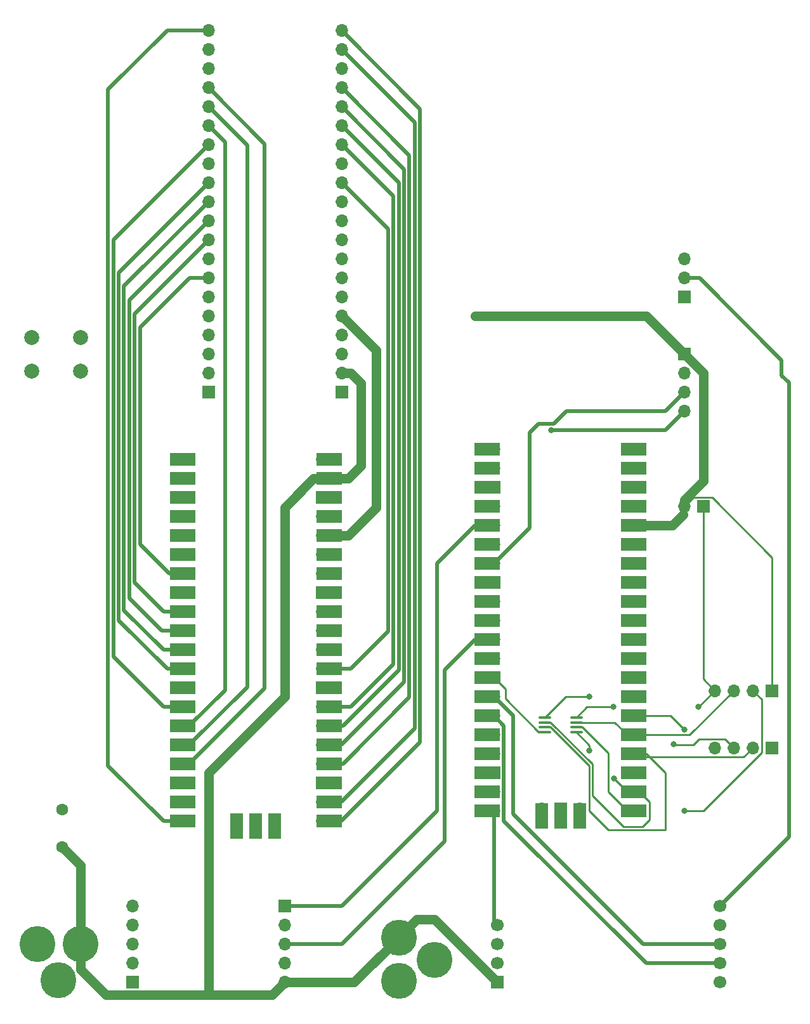
<source format=gtl>
G04 #@! TF.GenerationSoftware,KiCad,Pcbnew,7.0.7*
G04 #@! TF.CreationDate,2024-01-04T21:27:51+01:00*
G04 #@! TF.ProjectId,InternalPCB,496e7465-726e-4616-9c50-43422e6b6963,A*
G04 #@! TF.SameCoordinates,Original*
G04 #@! TF.FileFunction,Copper,L1,Top*
G04 #@! TF.FilePolarity,Positive*
%FSLAX46Y46*%
G04 Gerber Fmt 4.6, Leading zero omitted, Abs format (unit mm)*
G04 Created by KiCad (PCBNEW 7.0.7) date 2024-01-04 21:27:51*
%MOMM*%
%LPD*%
G01*
G04 APERTURE LIST*
G04 Aperture macros list*
%AMRoundRect*
0 Rectangle with rounded corners*
0 $1 Rounding radius*
0 $2 $3 $4 $5 $6 $7 $8 $9 X,Y pos of 4 corners*
0 Add a 4 corners polygon primitive as box body*
4,1,4,$2,$3,$4,$5,$6,$7,$8,$9,$2,$3,0*
0 Add four circle primitives for the rounded corners*
1,1,$1+$1,$2,$3*
1,1,$1+$1,$4,$5*
1,1,$1+$1,$6,$7*
1,1,$1+$1,$8,$9*
0 Add four rect primitives between the rounded corners*
20,1,$1+$1,$2,$3,$4,$5,0*
20,1,$1+$1,$4,$5,$6,$7,0*
20,1,$1+$1,$6,$7,$8,$9,0*
20,1,$1+$1,$8,$9,$2,$3,0*%
G04 Aperture macros list end*
G04 #@! TA.AperFunction,ComponentPad*
%ADD10R,1.700000X1.700000*%
G04 #@! TD*
G04 #@! TA.AperFunction,ComponentPad*
%ADD11O,1.700000X1.700000*%
G04 #@! TD*
G04 #@! TA.AperFunction,ComponentPad*
%ADD12C,1.700000*%
G04 #@! TD*
G04 #@! TA.AperFunction,SMDPad,CuDef*
%ADD13R,3.500000X1.700000*%
G04 #@! TD*
G04 #@! TA.AperFunction,SMDPad,CuDef*
%ADD14R,1.700000X3.500000*%
G04 #@! TD*
G04 #@! TA.AperFunction,ComponentPad*
%ADD15C,2.000000*%
G04 #@! TD*
G04 #@! TA.AperFunction,ComponentPad*
%ADD16C,1.600000*%
G04 #@! TD*
G04 #@! TA.AperFunction,SMDPad,CuDef*
%ADD17RoundRect,0.100000X0.712500X0.100000X-0.712500X0.100000X-0.712500X-0.100000X0.712500X-0.100000X0*%
G04 #@! TD*
G04 #@! TA.AperFunction,ComponentPad*
%ADD18C,4.800000*%
G04 #@! TD*
G04 #@! TA.AperFunction,ViaPad*
%ADD19C,0.800000*%
G04 #@! TD*
G04 #@! TA.AperFunction,Conductor*
%ADD20C,1.270000*%
G04 #@! TD*
G04 #@! TA.AperFunction,Conductor*
%ADD21C,0.254000*%
G04 #@! TD*
G04 #@! TA.AperFunction,Conductor*
%ADD22C,0.508000*%
G04 #@! TD*
G04 APERTURE END LIST*
D10*
X45720000Y-165100000D03*
D11*
X45720000Y-162560000D03*
X45720000Y-160020000D03*
X45720000Y-157480000D03*
X45720000Y-154940000D03*
D10*
X94417500Y-165100000D03*
D12*
X94417500Y-162560000D03*
X94417500Y-160020000D03*
X94417500Y-157480000D03*
X124117500Y-154940000D03*
X124117500Y-157480000D03*
X124117500Y-160020000D03*
X124117500Y-162560000D03*
X124117500Y-165100000D03*
D11*
X93980000Y-93980000D03*
D13*
X93080000Y-93980000D03*
D11*
X93980000Y-96520000D03*
D13*
X93080000Y-96520000D03*
D10*
X93980000Y-99060000D03*
D13*
X93080000Y-99060000D03*
D11*
X93980000Y-101600000D03*
D13*
X93080000Y-101600000D03*
D11*
X93980000Y-104140000D03*
D13*
X93080000Y-104140000D03*
D11*
X93980000Y-106680000D03*
D13*
X93080000Y-106680000D03*
D11*
X93980000Y-109220000D03*
D13*
X93080000Y-109220000D03*
D10*
X93980000Y-111760000D03*
D13*
X93080000Y-111760000D03*
D11*
X93980000Y-114300000D03*
D13*
X93080000Y-114300000D03*
D11*
X93980000Y-116840000D03*
D13*
X93080000Y-116840000D03*
D11*
X93980000Y-119380000D03*
D13*
X93080000Y-119380000D03*
D11*
X93980000Y-121920000D03*
D13*
X93080000Y-121920000D03*
D10*
X93980000Y-124460000D03*
D13*
X93080000Y-124460000D03*
D11*
X93980000Y-127000000D03*
D13*
X93080000Y-127000000D03*
D11*
X93980000Y-129540000D03*
D13*
X93080000Y-129540000D03*
D11*
X93980000Y-132080000D03*
D13*
X93080000Y-132080000D03*
D11*
X93980000Y-134620000D03*
D13*
X93080000Y-134620000D03*
D10*
X93980000Y-137160000D03*
D13*
X93080000Y-137160000D03*
D11*
X93980000Y-139700000D03*
D13*
X93080000Y-139700000D03*
D11*
X93980000Y-142240000D03*
D13*
X93080000Y-142240000D03*
D11*
X111760000Y-142240000D03*
D13*
X112660000Y-142240000D03*
D11*
X111760000Y-139700000D03*
D13*
X112660000Y-139700000D03*
D10*
X111760000Y-137160000D03*
D13*
X112660000Y-137160000D03*
D11*
X111760000Y-134620000D03*
D13*
X112660000Y-134620000D03*
D11*
X111760000Y-132080000D03*
D13*
X112660000Y-132080000D03*
D11*
X111760000Y-129540000D03*
D13*
X112660000Y-129540000D03*
D11*
X111760000Y-127000000D03*
D13*
X112660000Y-127000000D03*
D10*
X111760000Y-124460000D03*
D13*
X112660000Y-124460000D03*
D11*
X111760000Y-121920000D03*
D13*
X112660000Y-121920000D03*
D11*
X111760000Y-119380000D03*
D13*
X112660000Y-119380000D03*
D11*
X111760000Y-116840000D03*
D13*
X112660000Y-116840000D03*
D11*
X111760000Y-114300000D03*
D13*
X112660000Y-114300000D03*
D10*
X111760000Y-111760000D03*
D13*
X112660000Y-111760000D03*
D11*
X111760000Y-109220000D03*
D13*
X112660000Y-109220000D03*
D11*
X111760000Y-106680000D03*
D13*
X112660000Y-106680000D03*
D11*
X111760000Y-104140000D03*
D13*
X112660000Y-104140000D03*
D11*
X111760000Y-101600000D03*
D13*
X112660000Y-101600000D03*
D10*
X111760000Y-99060000D03*
D13*
X112660000Y-99060000D03*
D11*
X111760000Y-96520000D03*
D13*
X112660000Y-96520000D03*
D11*
X111760000Y-93980000D03*
D13*
X112660000Y-93980000D03*
D11*
X100330000Y-142010000D03*
D14*
X100330000Y-142910000D03*
D10*
X102870000Y-142010000D03*
D14*
X102870000Y-142910000D03*
D11*
X105410000Y-142010000D03*
D14*
X105410000Y-142910000D03*
D10*
X131084775Y-126188605D03*
D11*
X128544775Y-126188605D03*
X126004775Y-126188605D03*
X123464775Y-126188605D03*
D15*
X32310000Y-79030000D03*
X38810000Y-79030000D03*
X32310000Y-83530000D03*
X38810000Y-83530000D03*
D16*
X36322000Y-147026000D03*
X36322000Y-142026000D03*
D10*
X55880000Y-86360000D03*
D11*
X55880000Y-83820000D03*
X55880000Y-81280000D03*
X55880000Y-78740000D03*
X55880000Y-76200000D03*
X55880000Y-73660000D03*
X55880000Y-71120000D03*
X55880000Y-68580000D03*
X55880000Y-66040000D03*
X55880000Y-63500000D03*
X55880000Y-60960000D03*
X55880000Y-58420000D03*
X55880000Y-55880000D03*
X55880000Y-53340000D03*
X55880000Y-50800000D03*
X55880000Y-48260000D03*
X55880000Y-45720000D03*
X55880000Y-43180000D03*
X55880000Y-40640000D03*
X55880000Y-38100000D03*
D17*
X104989100Y-131723705D03*
X104989100Y-131073705D03*
X104989100Y-130423705D03*
X104989100Y-129773705D03*
X100764100Y-129773705D03*
X100764100Y-130423705D03*
X100764100Y-131073705D03*
X100764100Y-131723705D03*
D10*
X119380000Y-73660000D03*
D11*
X119380000Y-71120000D03*
X119380000Y-68580000D03*
D10*
X73660000Y-86360000D03*
D11*
X73660000Y-83820000D03*
X73660000Y-81280000D03*
X73660000Y-78740000D03*
X73660000Y-76200000D03*
X73660000Y-73660000D03*
X73660000Y-71120000D03*
X73660000Y-68580000D03*
X73660000Y-66040000D03*
X73660000Y-63500000D03*
X73660000Y-60960000D03*
X73660000Y-58420000D03*
X73660000Y-55880000D03*
X73660000Y-53340000D03*
X73660000Y-50800000D03*
X73660000Y-48260000D03*
X73660000Y-45720000D03*
X73660000Y-43180000D03*
X73660000Y-40640000D03*
X73660000Y-38100000D03*
D10*
X66040000Y-154940000D03*
D11*
X66040000Y-157480000D03*
X66040000Y-160020000D03*
X66040000Y-162560000D03*
X66040000Y-165100000D03*
X53306695Y-95347874D03*
D13*
X52406695Y-95347874D03*
D11*
X53306695Y-97887874D03*
D13*
X52406695Y-97887874D03*
D10*
X53306695Y-100427874D03*
D13*
X52406695Y-100427874D03*
D11*
X53306695Y-102967874D03*
D13*
X52406695Y-102967874D03*
D11*
X53306695Y-105507874D03*
D13*
X52406695Y-105507874D03*
D11*
X53306695Y-108047874D03*
D13*
X52406695Y-108047874D03*
D11*
X53306695Y-110587874D03*
D13*
X52406695Y-110587874D03*
D10*
X53306695Y-113127874D03*
D13*
X52406695Y-113127874D03*
D11*
X53306695Y-115667874D03*
D13*
X52406695Y-115667874D03*
D11*
X53306695Y-118207874D03*
D13*
X52406695Y-118207874D03*
D11*
X53306695Y-120747874D03*
D13*
X52406695Y-120747874D03*
D11*
X53306695Y-123287874D03*
D13*
X52406695Y-123287874D03*
D10*
X53306695Y-125827874D03*
D13*
X52406695Y-125827874D03*
D11*
X53306695Y-128367874D03*
D13*
X52406695Y-128367874D03*
D11*
X53306695Y-130907874D03*
D13*
X52406695Y-130907874D03*
D11*
X53306695Y-133447874D03*
D13*
X52406695Y-133447874D03*
D11*
X53306695Y-135987874D03*
D13*
X52406695Y-135987874D03*
D10*
X53306695Y-138527874D03*
D13*
X52406695Y-138527874D03*
D11*
X53306695Y-141067874D03*
D13*
X52406695Y-141067874D03*
D11*
X53306695Y-143607874D03*
D13*
X52406695Y-143607874D03*
D11*
X71086695Y-143607874D03*
D13*
X71986695Y-143607874D03*
D11*
X71086695Y-141067874D03*
D13*
X71986695Y-141067874D03*
D10*
X71086695Y-138527874D03*
D13*
X71986695Y-138527874D03*
D11*
X71086695Y-135987874D03*
D13*
X71986695Y-135987874D03*
D11*
X71086695Y-133447874D03*
D13*
X71986695Y-133447874D03*
D11*
X71086695Y-130907874D03*
D13*
X71986695Y-130907874D03*
D11*
X71086695Y-128367874D03*
D13*
X71986695Y-128367874D03*
D10*
X71086695Y-125827874D03*
D13*
X71986695Y-125827874D03*
D11*
X71086695Y-123287874D03*
D13*
X71986695Y-123287874D03*
D11*
X71086695Y-120747874D03*
D13*
X71986695Y-120747874D03*
D11*
X71086695Y-118207874D03*
D13*
X71986695Y-118207874D03*
D11*
X71086695Y-115667874D03*
D13*
X71986695Y-115667874D03*
D10*
X71086695Y-113127874D03*
D13*
X71986695Y-113127874D03*
D11*
X71086695Y-110587874D03*
D13*
X71986695Y-110587874D03*
D11*
X71086695Y-108047874D03*
D13*
X71986695Y-108047874D03*
D11*
X71086695Y-105507874D03*
D13*
X71986695Y-105507874D03*
D11*
X71086695Y-102967874D03*
D13*
X71986695Y-102967874D03*
D10*
X71086695Y-100427874D03*
D13*
X71986695Y-100427874D03*
D11*
X71086695Y-97887874D03*
D13*
X71986695Y-97887874D03*
D11*
X71086695Y-95347874D03*
D13*
X71986695Y-95347874D03*
D11*
X59656695Y-143377874D03*
D14*
X59656695Y-144277874D03*
D10*
X62196695Y-143377874D03*
D14*
X62196695Y-144277874D03*
D11*
X64736695Y-143377874D03*
D14*
X64736695Y-144277874D03*
D10*
X119380000Y-81280000D03*
D11*
X119380000Y-83820000D03*
X119380000Y-86360000D03*
X119380000Y-88900000D03*
D18*
X81280000Y-159120000D03*
X81280000Y-164920000D03*
X86080000Y-162120000D03*
D10*
X121920000Y-101600000D03*
D11*
X119380000Y-101600000D03*
D10*
X131084775Y-133808605D03*
D11*
X128544775Y-133808605D03*
X126004775Y-133808605D03*
X123464775Y-133808605D03*
D18*
X38820000Y-160020000D03*
X33020000Y-160020000D03*
X35820000Y-164820000D03*
D19*
X106736541Y-134162800D03*
X91440000Y-76200000D03*
X119380000Y-142240000D03*
X121290380Y-128363000D03*
X109956600Y-128371600D03*
X117932200Y-133299200D03*
X110007400Y-137947400D03*
X106680000Y-127000000D03*
X119380000Y-131353000D03*
X101600000Y-91440000D03*
D20*
X76200000Y-96202874D02*
X74515000Y-97887874D01*
X66040000Y-127000000D02*
X55880000Y-137160000D01*
X66040000Y-165100000D02*
X64355000Y-166785000D01*
X74515000Y-97887874D02*
X71086695Y-97887874D01*
X69884614Y-97887874D02*
X66040000Y-101732488D01*
X66040000Y-165100000D02*
X75300000Y-165100000D01*
X38820000Y-160020000D02*
X38820000Y-149524000D01*
X73660000Y-83820000D02*
X74862081Y-83820000D01*
X42190888Y-166785000D02*
X38820000Y-163414112D01*
X76200000Y-85157919D02*
X76200000Y-96202874D01*
X55880000Y-166785000D02*
X42190888Y-166785000D01*
X74862081Y-83820000D02*
X76200000Y-85157919D01*
X66040000Y-101732488D02*
X66040000Y-127000000D01*
X86037500Y-156720000D02*
X94417500Y-165100000D01*
X55880000Y-137160000D02*
X55880000Y-166785000D01*
X64355000Y-166785000D02*
X55880000Y-166785000D01*
X75300000Y-165100000D02*
X81280000Y-159120000D01*
X38820000Y-149524000D02*
X36322000Y-147026000D01*
X38820000Y-163414112D02*
X38820000Y-160020000D01*
X81280000Y-159120000D02*
X83680000Y-156720000D01*
X83680000Y-156720000D02*
X86037500Y-156720000D01*
X71086695Y-97887874D02*
X69884614Y-97887874D01*
D21*
X95504000Y-127276104D02*
X95504000Y-125984000D01*
X100764100Y-131723705D02*
X99951601Y-131723705D01*
X99951601Y-131723705D02*
X95504000Y-127276104D01*
X95504000Y-125984000D02*
X93980000Y-124460000D01*
D22*
X73660000Y-58420000D02*
X79829000Y-64589000D01*
X79829000Y-118291000D02*
X74832126Y-123287874D01*
X74832126Y-123287874D02*
X71086695Y-123287874D01*
X79829000Y-64589000D02*
X79829000Y-118291000D01*
X80537000Y-60217000D02*
X80537000Y-122663000D01*
X73660000Y-53340000D02*
X80537000Y-60217000D01*
X80537000Y-122663000D02*
X74832126Y-128367874D01*
X74832126Y-128367874D02*
X71086695Y-128367874D01*
X81280000Y-58420000D02*
X73660000Y-50800000D01*
X71086695Y-130907874D02*
X73816126Y-130907874D01*
X73816126Y-130907874D02*
X81280000Y-123444000D01*
X81280000Y-123444000D02*
X81280000Y-58420000D01*
X81988000Y-125022000D02*
X73562126Y-133447874D01*
X73660000Y-48260000D02*
X81988000Y-56588000D01*
X81988000Y-56588000D02*
X81988000Y-125022000D01*
X73562126Y-133447874D02*
X71086695Y-133447874D01*
X82696000Y-54756000D02*
X82696000Y-127108000D01*
X73660000Y-45720000D02*
X82696000Y-54756000D01*
X82696000Y-127108000D02*
X73816126Y-135987874D01*
X73816126Y-135987874D02*
X71086695Y-135987874D01*
X73660000Y-40640000D02*
X83404000Y-50384000D01*
X73562126Y-141067874D02*
X71086695Y-141067874D01*
X83404000Y-50384000D02*
X83404000Y-131226000D01*
X83404000Y-131226000D02*
X73562126Y-141067874D01*
X73562126Y-143607874D02*
X71086695Y-143607874D01*
X73660000Y-38100000D02*
X84112000Y-48552000D01*
X84112000Y-48552000D02*
X84112000Y-133058000D01*
X84112000Y-133058000D02*
X73562126Y-143607874D01*
X46720000Y-77740000D02*
X46720000Y-106680000D01*
X53340000Y-71120000D02*
X46720000Y-77740000D01*
X50627874Y-110587874D02*
X53306695Y-110587874D01*
X55880000Y-71120000D02*
X53340000Y-71120000D01*
X46720000Y-106680000D02*
X50627874Y-110587874D01*
X49919874Y-115667874D02*
X53306695Y-115667874D01*
X46012000Y-75908000D02*
X46012000Y-111760000D01*
X55880000Y-66040000D02*
X46012000Y-75908000D01*
X46012000Y-111760000D02*
X49919874Y-115667874D01*
X49627874Y-118207874D02*
X53306695Y-118207874D01*
X45304000Y-113884000D02*
X49627874Y-118207874D01*
X45304000Y-74076000D02*
X45304000Y-113884000D01*
X55880000Y-63500000D02*
X45304000Y-74076000D01*
X49899959Y-120747874D02*
X53306695Y-120747874D01*
X44596000Y-115443915D02*
X49899959Y-120747874D01*
X55880000Y-60960000D02*
X44596000Y-72244000D01*
X44596000Y-72244000D02*
X44596000Y-115443915D01*
X55880000Y-58420000D02*
X43888000Y-70412000D01*
X50389874Y-123287874D02*
X53306695Y-123287874D01*
X43888000Y-70412000D02*
X43888000Y-116786000D01*
X43888000Y-116786000D02*
X50389874Y-123287874D01*
X49881874Y-128367874D02*
X53306695Y-128367874D01*
X43180000Y-121666000D02*
X49881874Y-128367874D01*
X43180000Y-66040000D02*
X43180000Y-121666000D01*
X55880000Y-53340000D02*
X43180000Y-66040000D01*
X58067695Y-52987695D02*
X58067695Y-126146874D01*
X58067695Y-126146874D02*
X53306695Y-130907874D01*
X55880000Y-50800000D02*
X58067695Y-52987695D01*
X61025695Y-125728874D02*
X53306695Y-133447874D01*
X55880000Y-48260000D02*
X61025695Y-53405695D01*
X61025695Y-53405695D02*
X61025695Y-125728874D01*
X63367695Y-53207695D02*
X63367695Y-125926874D01*
X63367695Y-125926874D02*
X53306695Y-135987874D01*
X55880000Y-45720000D02*
X63367695Y-53207695D01*
X50359296Y-38100000D02*
X42472000Y-45987296D01*
X42472000Y-136198000D02*
X49881874Y-143607874D01*
X55880000Y-38100000D02*
X50359296Y-38100000D01*
X42472000Y-45987296D02*
X42472000Y-136198000D01*
X49881874Y-143607874D02*
X53306695Y-143607874D01*
D20*
X78232000Y-80772000D02*
X78232000Y-101790874D01*
D21*
X119380000Y-101600000D02*
X120557000Y-100423000D01*
D20*
X119233000Y-102692000D02*
X117785000Y-104140000D01*
X119380000Y-100770000D02*
X121920000Y-98230000D01*
D21*
X120557000Y-100423000D02*
X123097000Y-100423000D01*
D20*
X78232000Y-101790874D02*
X74515000Y-105507874D01*
D21*
X131084775Y-108410775D02*
X131084775Y-126188605D01*
D20*
X117785000Y-104140000D02*
X111760000Y-104140000D01*
X121920000Y-83820000D02*
X119380000Y-81280000D01*
D21*
X123097000Y-100423000D02*
X131084775Y-108410775D01*
D20*
X74515000Y-105507874D02*
X71086695Y-105507874D01*
D21*
X106736541Y-133471146D02*
X104989100Y-131723705D01*
D20*
X121920000Y-98230000D02*
X121920000Y-83820000D01*
X73660000Y-76200000D02*
X78232000Y-80772000D01*
X119380000Y-101600000D02*
X119380000Y-100770000D01*
D21*
X106736541Y-134162800D02*
X106736541Y-133471146D01*
D20*
X114300000Y-76200000D02*
X119380000Y-81280000D01*
X91440000Y-76200000D02*
X114300000Y-76200000D01*
D21*
X104989100Y-131073705D02*
X105801599Y-131073705D01*
X109220000Y-134492106D02*
X109220000Y-139700000D01*
X128544775Y-126188605D02*
X129721775Y-127365605D01*
X129721775Y-134438225D02*
X121920000Y-142240000D01*
X121920000Y-142240000D02*
X119380000Y-142240000D01*
X105801599Y-131073705D02*
X109220000Y-134492106D01*
X129721775Y-127365605D02*
X129721775Y-134438225D01*
X109220000Y-139700000D02*
X111760000Y-142240000D01*
X111760000Y-132080000D02*
X120113380Y-132080000D01*
X111760000Y-132080000D02*
X110103705Y-130423705D01*
X110103705Y-130423705D02*
X104989100Y-130423705D01*
X120113380Y-132080000D02*
X126004775Y-126188605D01*
X121920000Y-101600000D02*
X121920000Y-124643830D01*
X104989100Y-129773705D02*
X106399805Y-128363000D01*
X121290380Y-128363000D02*
X123464775Y-126188605D01*
X106399805Y-128363000D02*
X109948000Y-128363000D01*
X121920000Y-124643830D02*
X123464775Y-126188605D01*
X109948000Y-128363000D02*
X109956600Y-128371600D01*
X101576599Y-131073705D02*
X106680000Y-136177106D01*
X100764100Y-131073705D02*
X101576599Y-131073705D01*
X112197000Y-135057000D02*
X111760000Y-134620000D01*
X109220000Y-144780000D02*
X116840000Y-144780000D01*
X116840000Y-137160000D02*
X114300000Y-134620000D01*
X128544775Y-133808605D02*
X127296380Y-135057000D01*
X106680000Y-142240000D02*
X109220000Y-144780000D01*
X114300000Y-134620000D02*
X111760000Y-134620000D01*
X116840000Y-144780000D02*
X116840000Y-137160000D01*
X106680000Y-136177106D02*
X106680000Y-142240000D01*
X127296380Y-135057000D02*
X112197000Y-135057000D01*
X113828000Y-144326000D02*
X111306000Y-144326000D01*
X111306000Y-144326000D02*
X107134000Y-140154000D01*
X118076000Y-133443000D02*
X117932200Y-133299200D01*
X111760000Y-139700000D02*
X110007400Y-137947400D01*
X114737000Y-141063000D02*
X114737000Y-143417000D01*
X121368395Y-132631605D02*
X124827775Y-132631605D01*
X120557000Y-133443000D02*
X118076000Y-133443000D01*
X101568652Y-130423705D02*
X100764100Y-130423705D01*
X113374000Y-139700000D02*
X114737000Y-141063000D01*
X120557000Y-133443000D02*
X121368395Y-132631605D01*
X124827775Y-132631605D02*
X126004775Y-133808605D01*
X111760000Y-139700000D02*
X113374000Y-139700000D01*
X107134000Y-135989053D02*
X101568652Y-130423705D01*
X114737000Y-143417000D02*
X113828000Y-144326000D01*
X107134000Y-140154000D02*
X107134000Y-135989053D01*
X111466705Y-129246705D02*
X111760000Y-129540000D01*
X103537805Y-127000000D02*
X106680000Y-127000000D01*
X100764100Y-129773705D02*
X103537805Y-127000000D01*
X111760000Y-129540000D02*
X117567000Y-129540000D01*
X117567000Y-129540000D02*
X119380000Y-131353000D01*
D22*
X116840000Y-88900000D02*
X119380000Y-86360000D01*
X103639739Y-88900000D02*
X116840000Y-88900000D01*
X99914000Y-90586000D02*
X101953739Y-90586000D01*
X101953739Y-90586000D02*
X103639739Y-88900000D01*
X98741000Y-104459000D02*
X98741000Y-91759000D01*
X93980000Y-109220000D02*
X98741000Y-104459000D01*
X98741000Y-91759000D02*
X99914000Y-90586000D01*
X116840000Y-91440000D02*
X101600000Y-91440000D01*
X119380000Y-88900000D02*
X116840000Y-91440000D01*
X132388775Y-82096775D02*
X132388775Y-84128775D01*
X133350000Y-145707500D02*
X124117500Y-154940000D01*
X121412000Y-71120000D02*
X132388775Y-82096775D01*
X133350000Y-85090000D02*
X133350000Y-145707500D01*
X132388775Y-84128775D02*
X133350000Y-85090000D01*
X119380000Y-71120000D02*
X121412000Y-71120000D01*
X73660000Y-154940000D02*
X86360000Y-142240000D01*
X86360000Y-109220000D02*
X91440000Y-104140000D01*
X66040000Y-154940000D02*
X73660000Y-154940000D01*
X86360000Y-142240000D02*
X86360000Y-109220000D01*
X91440000Y-104140000D02*
X93980000Y-104140000D01*
X73660000Y-160020000D02*
X87376000Y-146304000D01*
X91440000Y-119380000D02*
X93980000Y-119380000D01*
X87376000Y-146304000D02*
X87376000Y-123444000D01*
X66040000Y-160020000D02*
X73660000Y-160020000D01*
X87376000Y-123444000D02*
X91440000Y-119380000D01*
X93980000Y-157042500D02*
X94417500Y-157480000D01*
X93980000Y-142240000D02*
X93980000Y-157042500D01*
X113932000Y-160020000D02*
X96520000Y-142608000D01*
X96520000Y-142608000D02*
X96520000Y-129540000D01*
X124117500Y-160020000D02*
X113932000Y-160020000D01*
X96520000Y-129540000D02*
X93980000Y-127000000D01*
X95284000Y-143544000D02*
X114300000Y-162560000D01*
X114300000Y-162560000D02*
X124117500Y-162560000D01*
X95284000Y-130844000D02*
X95284000Y-143544000D01*
X93980000Y-129540000D02*
X95284000Y-130844000D01*
M02*

</source>
